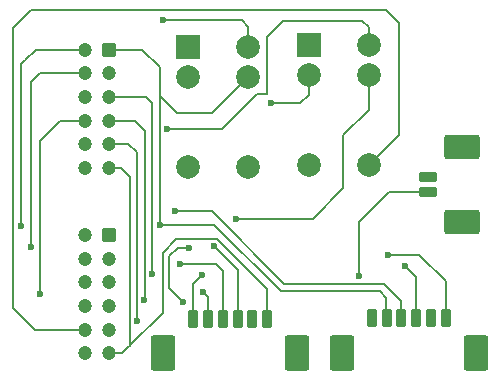
<source format=gbr>
%TF.GenerationSoftware,KiCad,Pcbnew,8.0.5*%
%TF.CreationDate,2025-02-22T06:14:54-05:00*%
%TF.ProjectId,IR Junction,4952204a-756e-4637-9469-6f6e2e6b6963,rev?*%
%TF.SameCoordinates,Original*%
%TF.FileFunction,Copper,L1,Top*%
%TF.FilePolarity,Positive*%
%FSLAX46Y46*%
G04 Gerber Fmt 4.6, Leading zero omitted, Abs format (unit mm)*
G04 Created by KiCad (PCBNEW 8.0.5) date 2025-02-22 06:14:54*
%MOMM*%
%LPD*%
G01*
G04 APERTURE LIST*
G04 Aperture macros list*
%AMRoundRect*
0 Rectangle with rounded corners*
0 $1 Rounding radius*
0 $2 $3 $4 $5 $6 $7 $8 $9 X,Y pos of 4 corners*
0 Add a 4 corners polygon primitive as box body*
4,1,4,$2,$3,$4,$5,$6,$7,$8,$9,$2,$3,0*
0 Add four circle primitives for the rounded corners*
1,1,$1+$1,$2,$3*
1,1,$1+$1,$4,$5*
1,1,$1+$1,$6,$7*
1,1,$1+$1,$8,$9*
0 Add four rect primitives between the rounded corners*
20,1,$1+$1,$2,$3,$4,$5,0*
20,1,$1+$1,$4,$5,$6,$7,0*
20,1,$1+$1,$6,$7,$8,$9,0*
20,1,$1+$1,$8,$9,$2,$3,0*%
G04 Aperture macros list end*
%TA.AperFunction,ComponentPad*%
%ADD10R,2.000000X2.000000*%
%TD*%
%TA.AperFunction,ComponentPad*%
%ADD11C,2.000000*%
%TD*%
%TA.AperFunction,SMDPad,CuDef*%
%ADD12RoundRect,0.200000X0.600000X-0.200000X0.600000X0.200000X-0.600000X0.200000X-0.600000X-0.200000X0*%
%TD*%
%TA.AperFunction,SMDPad,CuDef*%
%ADD13RoundRect,0.250001X1.249999X-0.799999X1.249999X0.799999X-1.249999X0.799999X-1.249999X-0.799999X0*%
%TD*%
%TA.AperFunction,SMDPad,CuDef*%
%ADD14RoundRect,0.200000X-0.200000X-0.600000X0.200000X-0.600000X0.200000X0.600000X-0.200000X0.600000X0*%
%TD*%
%TA.AperFunction,SMDPad,CuDef*%
%ADD15RoundRect,0.250001X-0.799999X-1.249999X0.799999X-1.249999X0.799999X1.249999X-0.799999X1.249999X0*%
%TD*%
%TA.AperFunction,ComponentPad*%
%ADD16C,1.200000*%
%TD*%
%TA.AperFunction,ComponentPad*%
%ADD17RoundRect,0.250000X-0.350000X0.350000X-0.350000X-0.350000X0.350000X-0.350000X0.350000X0.350000X0*%
%TD*%
%TA.AperFunction,ViaPad*%
%ADD18C,0.600000*%
%TD*%
%TA.AperFunction,Conductor*%
%ADD19C,0.200000*%
%TD*%
G04 APERTURE END LIST*
D10*
%TO.P,K3,1*%
%TO.N,Net-(J12-Pin_4)*%
X152570000Y-83940000D03*
D11*
%TO.P,K3,2*%
%TO.N,Net-(J1-Shield)*%
X152570000Y-86480000D03*
%TO.P,K3,5*%
%TO.N,Net-(J3-Pin_10)*%
X152570000Y-94100000D03*
%TO.P,K3,6*%
X157650000Y-94100000D03*
%TO.P,K3,9*%
%TO.N,Net-(J1-Pin_8)*%
X157650000Y-86480000D03*
%TO.P,K3,10*%
%TO.N,Net-(J1-Pin_10)*%
X157650000Y-83940000D03*
%TD*%
D10*
%TO.P,K1,1*%
%TO.N,Net-(J11-Pin_4)*%
X142342500Y-84142500D03*
D11*
%TO.P,K1,2*%
%TO.N,Net-(J1-Shield)*%
X142342500Y-86682500D03*
%TO.P,K1,5*%
%TO.N,Net-(J3-Pin_3)*%
X142342500Y-94302500D03*
%TO.P,K1,6*%
X147422500Y-94302500D03*
%TO.P,K1,9*%
%TO.N,Net-(J1-Pin_1)*%
X147422500Y-86682500D03*
%TO.P,K1,10*%
%TO.N,Net-(J1-Pin_3)*%
X147422500Y-84142500D03*
%TD*%
D12*
%TO.P,J10,1,Pin_1*%
%TO.N,Net-(J10-Pin_1)*%
X162650000Y-96375000D03*
%TO.P,J10,2*%
%TO.N,N/C*%
X162650000Y-95125000D03*
D13*
%TO.P,J10,MP*%
X165550000Y-98925000D03*
X165550000Y-92575000D03*
%TD*%
D14*
%TO.P,J11,1,Pin_1*%
%TO.N,Net-(J10-Pin_1)*%
X157925000Y-107100000D03*
%TO.P,J11,2,Pin_2*%
%TO.N,Net-(J1-Pin_1)*%
X159175000Y-107100000D03*
%TO.P,J11,3,Pin_3*%
%TO.N,Net-(J1-Pin_2)*%
X160425000Y-107100000D03*
%TO.P,J11,4,Pin_4*%
%TO.N,Net-(J11-Pin_4)*%
X161675000Y-107100000D03*
%TO.P,J11,5,Pin_5*%
%TO.N,unconnected-(J11-Pin_5-Pad5)*%
X162925000Y-107100000D03*
%TO.P,J11,6,Pin_6*%
%TO.N,Net-(J1-Pin_5)*%
X164175000Y-107100000D03*
D15*
%TO.P,J11,MP*%
%TO.N,N/C*%
X155375000Y-110000000D03*
X166725000Y-110000000D03*
%TD*%
D16*
%TO.P,J1,12,Pin_12*%
%TO.N,unconnected-(J1-Pin_12-Pad12)*%
X133650000Y-94350000D03*
%TO.P,J1,11,Pin_11*%
%TO.N,Net-(J1-Pin_11)*%
X135650000Y-94350000D03*
%TO.P,J1,10,Pin_10*%
%TO.N,Net-(J1-Pin_10)*%
X133650000Y-92350000D03*
%TO.P,J1,9,Pin_9*%
%TO.N,Net-(J1-Pin_9)*%
X135650000Y-92350000D03*
%TO.P,J1,8,Pin_8*%
%TO.N,Net-(J1-Pin_8)*%
X133650000Y-90350000D03*
%TO.P,J1,7,Pin_7*%
%TO.N,Net-(J1-Pin_7)*%
X135650000Y-90350000D03*
%TO.P,J1,6,Pin_6*%
%TO.N,unconnected-(J1-Pin_6-Pad6)*%
X133650000Y-88350000D03*
%TO.P,J1,5,Pin_5*%
%TO.N,Net-(J1-Pin_5)*%
X135650000Y-88350000D03*
%TO.P,J1,4,Pin_4*%
%TO.N,Net-(J1-Pin_4)*%
X133650000Y-86350000D03*
%TO.P,J1,3,Pin_3*%
%TO.N,Net-(J1-Pin_3)*%
X135650000Y-86350000D03*
%TO.P,J1,2,Pin_2*%
%TO.N,Net-(J1-Pin_2)*%
X133650000Y-84350000D03*
D17*
%TO.P,J1,1,Pin_1*%
%TO.N,Net-(J1-Pin_1)*%
X135650000Y-84350000D03*
%TD*%
D14*
%TO.P,J12,1,Pin_1*%
%TO.N,Net-(J10-Pin_1)*%
X142800000Y-107150000D03*
%TO.P,J12,2,Pin_2*%
%TO.N,Net-(J1-Pin_8)*%
X144050000Y-107150000D03*
%TO.P,J12,3,Pin_3*%
%TO.N,Net-(J1-Pin_7)*%
X145300000Y-107150000D03*
%TO.P,J12,4,Pin_4*%
%TO.N,Net-(J12-Pin_4)*%
X146550000Y-107150000D03*
%TO.P,J12,5,Pin_5*%
%TO.N,unconnected-(J12-Pin_5-Pad5)*%
X147800000Y-107150000D03*
%TO.P,J12,6,Pin_6*%
%TO.N,Net-(J1-Pin_11)*%
X149050000Y-107150000D03*
D15*
%TO.P,J12,MP*%
%TO.N,N/C*%
X140250000Y-110050000D03*
X151600000Y-110050000D03*
%TD*%
D17*
%TO.P,J3,1,Pin_1*%
%TO.N,Net-(J1-Pin_1)*%
X135650000Y-100050000D03*
D16*
%TO.P,J3,2,Pin_2*%
%TO.N,Net-(J1-Pin_2)*%
X133650000Y-100050000D03*
%TO.P,J3,3,Pin_3*%
%TO.N,Net-(J3-Pin_3)*%
X135650000Y-102050000D03*
%TO.P,J3,4,Pin_4*%
%TO.N,Net-(J1-Pin_4)*%
X133650000Y-102050000D03*
%TO.P,J3,5,Pin_5*%
%TO.N,Net-(J1-Pin_5)*%
X135650000Y-104050000D03*
%TO.P,J3,6,Pin_6*%
%TO.N,unconnected-(J3-Pin_6-Pad6)*%
X133650000Y-104050000D03*
%TO.P,J3,7,Pin_7*%
%TO.N,Net-(J1-Pin_7)*%
X135650000Y-106050000D03*
%TO.P,J3,8,Pin_8*%
%TO.N,Net-(J1-Pin_8)*%
X133650000Y-106050000D03*
%TO.P,J3,9,Pin_9*%
%TO.N,Net-(J1-Pin_9)*%
X135650000Y-108050000D03*
%TO.P,J3,10,Pin_10*%
%TO.N,Net-(J3-Pin_10)*%
X133650000Y-108050000D03*
%TO.P,J3,11,Pin_11*%
%TO.N,Net-(J1-Pin_11)*%
X135650000Y-110050000D03*
%TO.P,J3,12,Pin_12*%
%TO.N,unconnected-(J3-Pin_12-Pad12)*%
X133650000Y-110050000D03*
%TD*%
D18*
%TO.N,Net-(J1-Pin_10)*%
X140600000Y-91100000D03*
%TO.N,Net-(J1-Pin_8)*%
X141975000Y-105725000D03*
X142450000Y-101100000D03*
X146450000Y-98650000D03*
%TO.N,Net-(J1-Shield)*%
X149350000Y-88900000D03*
%TO.N,Net-(J1-Pin_3)*%
X140250000Y-81850000D03*
%TO.N,Net-(J1-Pin_8)*%
X143650000Y-104900000D03*
%TO.N,Net-(J1-Pin_7)*%
X141650000Y-102500000D03*
%TO.N,Net-(J12-Pin_4)*%
X144550000Y-101000000D03*
%TO.N,Net-(J1-Pin_2)*%
X141250000Y-98000000D03*
%TO.N,Net-(J11-Pin_4)*%
X160700000Y-102650000D03*
%TO.N,Net-(J1-Pin_5)*%
X159250000Y-101700000D03*
%TO.N,Net-(J10-Pin_1)*%
X156825000Y-103525000D03*
X157925000Y-107100000D03*
X143550000Y-103400000D03*
%TO.N,Net-(J1-Pin_8)*%
X129850000Y-105050000D03*
%TO.N,Net-(J1-Pin_4)*%
X129100000Y-101050000D03*
%TO.N,Net-(J1-Pin_2)*%
X128250000Y-99250000D03*
%TO.N,Net-(J1-Pin_9)*%
X138050000Y-107350000D03*
%TO.N,Net-(J1-Pin_7)*%
X138650000Y-105550000D03*
%TO.N,Net-(J1-Pin_5)*%
X139350000Y-103300000D03*
%TO.N,Net-(J1-Pin_1)*%
X139950000Y-99200000D03*
%TD*%
D19*
%TO.N,Net-(J10-Pin_1)*%
X156825000Y-98925000D02*
X156825000Y-103525000D01*
X159375000Y-96375000D02*
X156825000Y-98925000D01*
X162650000Y-96375000D02*
X159375000Y-96375000D01*
%TO.N,Net-(J1-Pin_1)*%
X141450000Y-89750000D02*
X140000000Y-88300000D01*
X144355000Y-89750000D02*
X141450000Y-89750000D01*
X147422500Y-86682500D02*
X144355000Y-89750000D01*
X140000000Y-99150000D02*
X140000000Y-88300000D01*
X140000000Y-88300000D02*
X140000000Y-85850000D01*
%TO.N,Net-(J1-Pin_10)*%
X140650000Y-91050000D02*
X140600000Y-91100000D01*
X145200000Y-91100000D02*
X145150000Y-91050000D01*
X148200000Y-88100000D02*
X145200000Y-91100000D01*
X150450000Y-81850000D02*
X149050000Y-83250000D01*
X150500000Y-81900000D02*
X150450000Y-81850000D01*
X157100000Y-81900000D02*
X150500000Y-81900000D01*
X157650000Y-82450000D02*
X157100000Y-81900000D01*
X145150000Y-91050000D02*
X140650000Y-91050000D01*
X149050000Y-83250000D02*
X149050000Y-88100000D01*
X157650000Y-83940000D02*
X157650000Y-82450000D01*
X149050000Y-88100000D02*
X148200000Y-88100000D01*
%TO.N,Net-(J1-Pin_8)*%
X152950000Y-98650000D02*
X146450000Y-98650000D01*
X155500000Y-96100000D02*
X152950000Y-98650000D01*
X155500000Y-91600000D02*
X155500000Y-96100000D01*
X157650000Y-86480000D02*
X157650000Y-89450000D01*
X157650000Y-89450000D02*
X155500000Y-91600000D01*
X140750000Y-104500000D02*
X141975000Y-105725000D01*
X140750000Y-101850000D02*
X140750000Y-104500000D01*
X141500000Y-101100000D02*
X140750000Y-101850000D01*
X142450000Y-101100000D02*
X141500000Y-101100000D01*
%TO.N,Net-(J3-Pin_10)*%
X127550000Y-82550000D02*
X127550000Y-106200000D01*
X160200000Y-82100000D02*
X159100000Y-81000000D01*
X127550000Y-106200000D02*
X129400000Y-108050000D01*
X129400000Y-108050000D02*
X133650000Y-108050000D01*
X160200000Y-91550000D02*
X160200000Y-82100000D01*
X159100000Y-81000000D02*
X129100000Y-81000000D01*
X129100000Y-81000000D02*
X127550000Y-82550000D01*
X157650000Y-94100000D02*
X160200000Y-91550000D01*
%TO.N,Net-(J1-Shield)*%
X152570000Y-88180000D02*
X152570000Y-86480000D01*
X151850000Y-88900000D02*
X152570000Y-88180000D01*
X149350000Y-88900000D02*
X151850000Y-88900000D01*
%TO.N,Net-(J1-Pin_3)*%
X147450000Y-84115000D02*
X147422500Y-84142500D01*
X147450000Y-82400000D02*
X147450000Y-84115000D01*
X140250000Y-81850000D02*
X146900000Y-81850000D01*
X146900000Y-81850000D02*
X147450000Y-82400000D01*
%TO.N,Net-(J1-Pin_8)*%
X144050000Y-105300000D02*
X143650000Y-104900000D01*
X144050000Y-107150000D02*
X144050000Y-105300000D01*
%TO.N,Net-(J1-Pin_7)*%
X145300000Y-103100000D02*
X145300000Y-107150000D01*
X144700000Y-102500000D02*
X145300000Y-103100000D01*
X141650000Y-102500000D02*
X144700000Y-102500000D01*
%TO.N,Net-(J12-Pin_4)*%
X146550000Y-103000000D02*
X144550000Y-101000000D01*
X146550000Y-107150000D02*
X146550000Y-103000000D01*
%TO.N,Net-(J1-Pin_11)*%
X140200000Y-106650000D02*
X137375000Y-109475000D01*
X140200000Y-101550000D02*
X140200000Y-106650000D01*
X149050000Y-104600000D02*
X144850000Y-100400000D01*
X149050000Y-107150000D02*
X149050000Y-104600000D01*
X144850000Y-100400000D02*
X141350000Y-100400000D01*
X141350000Y-100400000D02*
X140200000Y-101550000D01*
X137450000Y-109400000D02*
X137375000Y-109475000D01*
X137375000Y-109475000D02*
X136800000Y-110050000D01*
%TO.N,Net-(J1-Pin_2)*%
X144350000Y-98050000D02*
X141300000Y-98050000D01*
X150450000Y-104150000D02*
X144350000Y-98050000D01*
X141300000Y-98050000D02*
X141250000Y-98000000D01*
X160425000Y-105625000D02*
X158950000Y-104150000D01*
X160425000Y-107100000D02*
X160425000Y-105625000D01*
X158950000Y-104150000D02*
X150450000Y-104150000D01*
%TO.N,Net-(J1-Pin_1)*%
X150200000Y-104800000D02*
X144600000Y-99200000D01*
X158600000Y-104800000D02*
X150200000Y-104800000D01*
X159150000Y-105350000D02*
X158600000Y-104800000D01*
X144600000Y-99200000D02*
X139950000Y-99200000D01*
X159175000Y-107100000D02*
X159175000Y-106723529D01*
X159175000Y-106723529D02*
X159150000Y-106698529D01*
X159150000Y-106698529D02*
X159150000Y-105350000D01*
%TO.N,Net-(J11-Pin_4)*%
X161675000Y-103625000D02*
X160700000Y-102650000D01*
X161675000Y-107100000D02*
X161675000Y-103625000D01*
%TO.N,Net-(J1-Pin_5)*%
X161950000Y-101700000D02*
X159250000Y-101700000D01*
X164175000Y-103925000D02*
X161950000Y-101700000D01*
X164175000Y-107100000D02*
X164175000Y-103925000D01*
%TO.N,Net-(J10-Pin_1)*%
X142800000Y-104150000D02*
X143550000Y-103400000D01*
X142800000Y-107150000D02*
X142800000Y-104150000D01*
%TO.N,Net-(J1-Pin_8)*%
X129850000Y-92050000D02*
X131550000Y-90350000D01*
X131550000Y-90350000D02*
X133650000Y-90350000D01*
X129850000Y-105050000D02*
X129850000Y-92050000D01*
%TO.N,Net-(J1-Pin_4)*%
X129800000Y-86350000D02*
X133650000Y-86350000D01*
X129100000Y-87050000D02*
X129800000Y-86350000D01*
X129100000Y-101050000D02*
X129100000Y-87050000D01*
%TO.N,Net-(J1-Pin_2)*%
X128600000Y-85200000D02*
X128250000Y-85550000D01*
X128250000Y-85550000D02*
X128250000Y-99250000D01*
X129450000Y-84350000D02*
X128600000Y-85200000D01*
X133650000Y-84350000D02*
X129450000Y-84350000D01*
%TO.N,Net-(J1-Pin_11)*%
X137450000Y-95150000D02*
X137450000Y-109400000D01*
X136650000Y-94350000D02*
X137450000Y-95150000D01*
X136800000Y-110050000D02*
X135650000Y-110050000D01*
X135650000Y-94350000D02*
X136650000Y-94350000D01*
%TO.N,Net-(J1-Pin_1)*%
X138500000Y-84350000D02*
X135650000Y-84350000D01*
X140000000Y-85850000D02*
X138500000Y-84350000D01*
X139950000Y-99200000D02*
X140000000Y-99150000D01*
%TO.N,Net-(J1-Pin_7)*%
X138750000Y-105450000D02*
X138650000Y-105550000D01*
X138750000Y-91250000D02*
X138750000Y-105450000D01*
X135650000Y-90350000D02*
X137850000Y-90350000D01*
X137850000Y-90350000D02*
X138750000Y-91250000D01*
%TO.N,Net-(J1-Pin_9)*%
X138050000Y-93050000D02*
X138050000Y-107350000D01*
X137300000Y-92300000D02*
X138050000Y-93050000D01*
X135650000Y-92350000D02*
X135700000Y-92300000D01*
X135700000Y-92300000D02*
X137300000Y-92300000D01*
%TO.N,Net-(J1-Pin_5)*%
X139350000Y-103300000D02*
X139350000Y-88900000D01*
X139350000Y-88900000D02*
X138800000Y-88350000D01*
X138800000Y-88350000D02*
X135650000Y-88350000D01*
%TD*%
M02*

</source>
